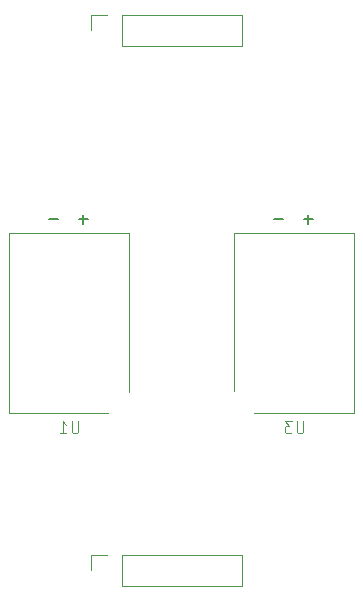
<source format=gbr>
%TF.GenerationSoftware,KiCad,Pcbnew,8.0.5*%
%TF.CreationDate,2024-11-14T15:36:57+05:30*%
%TF.ProjectId,v2ca,76326361-2e6b-4696-9361-645f70636258,rev?*%
%TF.SameCoordinates,Original*%
%TF.FileFunction,Legend,Bot*%
%TF.FilePolarity,Positive*%
%FSLAX46Y46*%
G04 Gerber Fmt 4.6, Leading zero omitted, Abs format (unit mm)*
G04 Created by KiCad (PCBNEW 8.0.5) date 2024-11-14 15:36:57*
%MOMM*%
%LPD*%
G01*
G04 APERTURE LIST*
%ADD10C,0.100000*%
%ADD11C,0.150000*%
%ADD12C,0.120000*%
%ADD13C,1.800000*%
%ADD14R,1.800000X1.800000*%
%ADD15O,2.720000X3.240000*%
%ADD16R,1.700000X1.700000*%
%ADD17O,1.700000X1.700000*%
G04 APERTURE END LIST*
D10*
X72516904Y-83912419D02*
X72516904Y-84721942D01*
X72516904Y-84721942D02*
X72469285Y-84817180D01*
X72469285Y-84817180D02*
X72421666Y-84864800D01*
X72421666Y-84864800D02*
X72326428Y-84912419D01*
X72326428Y-84912419D02*
X72135952Y-84912419D01*
X72135952Y-84912419D02*
X72040714Y-84864800D01*
X72040714Y-84864800D02*
X71993095Y-84817180D01*
X71993095Y-84817180D02*
X71945476Y-84721942D01*
X71945476Y-84721942D02*
X71945476Y-83912419D01*
X71564523Y-83912419D02*
X70945476Y-83912419D01*
X70945476Y-83912419D02*
X71278809Y-84293371D01*
X71278809Y-84293371D02*
X71135952Y-84293371D01*
X71135952Y-84293371D02*
X71040714Y-84340990D01*
X71040714Y-84340990D02*
X70993095Y-84388609D01*
X70993095Y-84388609D02*
X70945476Y-84483847D01*
X70945476Y-84483847D02*
X70945476Y-84721942D01*
X70945476Y-84721942D02*
X70993095Y-84817180D01*
X70993095Y-84817180D02*
X71040714Y-84864800D01*
X71040714Y-84864800D02*
X71135952Y-84912419D01*
X71135952Y-84912419D02*
X71421666Y-84912419D01*
X71421666Y-84912419D02*
X71516904Y-84864800D01*
X71516904Y-84864800D02*
X71564523Y-84817180D01*
D11*
X73323220Y-66798866D02*
X72561316Y-66798866D01*
X72942268Y-67179819D02*
X72942268Y-66417914D01*
X70783220Y-66798866D02*
X70021316Y-66798866D01*
D10*
X53466904Y-83912419D02*
X53466904Y-84721942D01*
X53466904Y-84721942D02*
X53419285Y-84817180D01*
X53419285Y-84817180D02*
X53371666Y-84864800D01*
X53371666Y-84864800D02*
X53276428Y-84912419D01*
X53276428Y-84912419D02*
X53085952Y-84912419D01*
X53085952Y-84912419D02*
X52990714Y-84864800D01*
X52990714Y-84864800D02*
X52943095Y-84817180D01*
X52943095Y-84817180D02*
X52895476Y-84721942D01*
X52895476Y-84721942D02*
X52895476Y-83912419D01*
X51895476Y-84912419D02*
X52466904Y-84912419D01*
X52181190Y-84912419D02*
X52181190Y-83912419D01*
X52181190Y-83912419D02*
X52276428Y-84055276D01*
X52276428Y-84055276D02*
X52371666Y-84150514D01*
X52371666Y-84150514D02*
X52466904Y-84198133D01*
D11*
X54273220Y-66798866D02*
X53511316Y-66798866D01*
X53892268Y-67179819D02*
X53892268Y-66417914D01*
X51733220Y-66798866D02*
X50971316Y-66798866D01*
D10*
%TO.C,U3*%
X74295000Y-67945000D02*
X76835000Y-67945000D01*
X76835000Y-67945000D02*
X76835000Y-83185000D01*
X69215000Y-67945000D02*
X74295000Y-67945000D01*
X66675000Y-67945000D02*
X69215000Y-67945000D01*
X66675000Y-83185000D02*
X66675000Y-67945000D01*
X76835000Y-83185000D02*
X66675000Y-83185000D01*
%TO.C,U1*%
X55245000Y-67945000D02*
X57785000Y-67945000D01*
X57785000Y-67945000D02*
X57785000Y-83185000D01*
X50165000Y-67945000D02*
X55245000Y-67945000D01*
X47625000Y-67945000D02*
X50165000Y-67945000D01*
X47625000Y-83185000D02*
X47625000Y-67945000D01*
X57785000Y-83185000D02*
X47625000Y-83185000D01*
D12*
%TO.C,GND1*%
X54550000Y-95190000D02*
X55880000Y-95190000D01*
X54550000Y-96520000D02*
X54550000Y-95190000D01*
X57150000Y-97850000D02*
X57150000Y-95190000D01*
X67370000Y-95190000D02*
X57150000Y-95190000D01*
X67370000Y-97850000D02*
X57150000Y-97850000D01*
X67370000Y-97850000D02*
X67370000Y-95190000D01*
%TO.C,5V1*%
X54550000Y-49470000D02*
X55880000Y-49470000D01*
X54550000Y-50800000D02*
X54550000Y-49470000D01*
X57150000Y-52130000D02*
X57150000Y-49470000D01*
X67370000Y-49470000D02*
X57150000Y-49470000D01*
X67370000Y-52130000D02*
X57150000Y-52130000D01*
X67370000Y-52130000D02*
X67370000Y-49470000D01*
%TD*%
%LPC*%
D13*
%TO.C,U3*%
X70485000Y-69215000D03*
X73025000Y-69215000D03*
X70485000Y-81915000D03*
X73025000Y-81915000D03*
%TD*%
%TO.C,U1*%
X51435000Y-69215000D03*
X53975000Y-69215000D03*
X51435000Y-81915000D03*
X53975000Y-81915000D03*
%TD*%
D14*
%TO.C,RV2*%
X59730000Y-90561000D03*
D13*
X64730000Y-90561000D03*
X62230000Y-90561000D03*
D15*
X67030000Y-83061000D03*
X57430000Y-83061000D03*
%TD*%
D14*
%TO.C,RV1*%
X59730000Y-73670000D03*
D13*
X64730000Y-73670000D03*
X62230000Y-73670000D03*
D15*
X67030000Y-66170000D03*
X57430000Y-66170000D03*
%TD*%
D16*
%TO.C,OUTPUT1*%
X73660000Y-45720000D03*
D17*
X73660000Y-48260000D03*
X73660000Y-50800000D03*
X73660000Y-53340000D03*
X73660000Y-55880000D03*
%TD*%
D16*
%TO.C,INPUT1*%
X50800000Y-45720000D03*
D17*
X50800000Y-48260000D03*
X50800000Y-50800000D03*
X50800000Y-53340000D03*
X50800000Y-55880000D03*
%TD*%
D16*
%TO.C,GND1*%
X55880000Y-96520000D03*
D17*
X58420000Y-96520000D03*
X60960000Y-96520000D03*
X63500000Y-96520000D03*
X66040000Y-96520000D03*
%TD*%
D16*
%TO.C,5V1*%
X55880000Y-50800000D03*
D17*
X58420000Y-50800000D03*
X60960000Y-50800000D03*
X63500000Y-50800000D03*
X66040000Y-50800000D03*
%TD*%
%LPD*%
M02*

</source>
